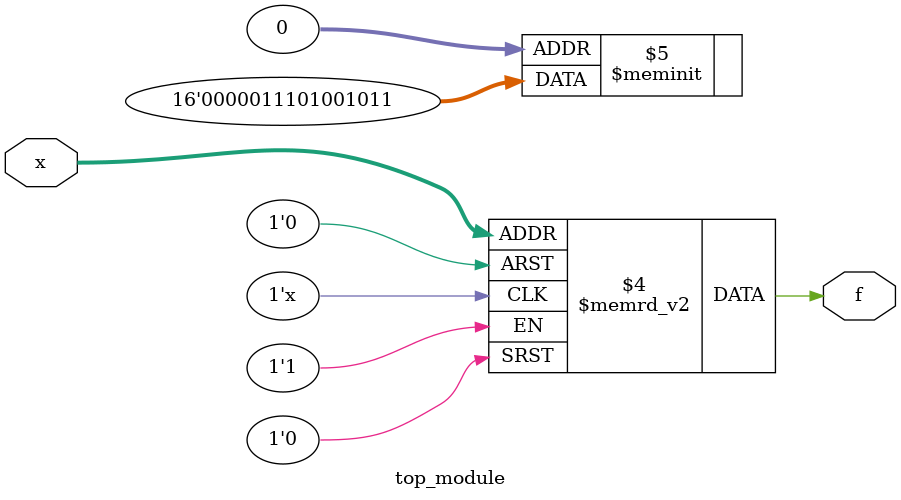
<source format=sv>
module top_module (
    input [4:1] x,
    output logic f
);

    always @(*) begin
        case (x)
            4'b0000, 4'b0001, 4'b0011, 4'b0110, 4'b1000, 4'b1001, 4'b1010 : f = 1'b1;
            4'b0100, 4'b0111, 4'b1011, 4'b1100                       : f = 1'b0;
            default                                                     : f = 1'b0;
        endcase
    end

endmodule

</source>
